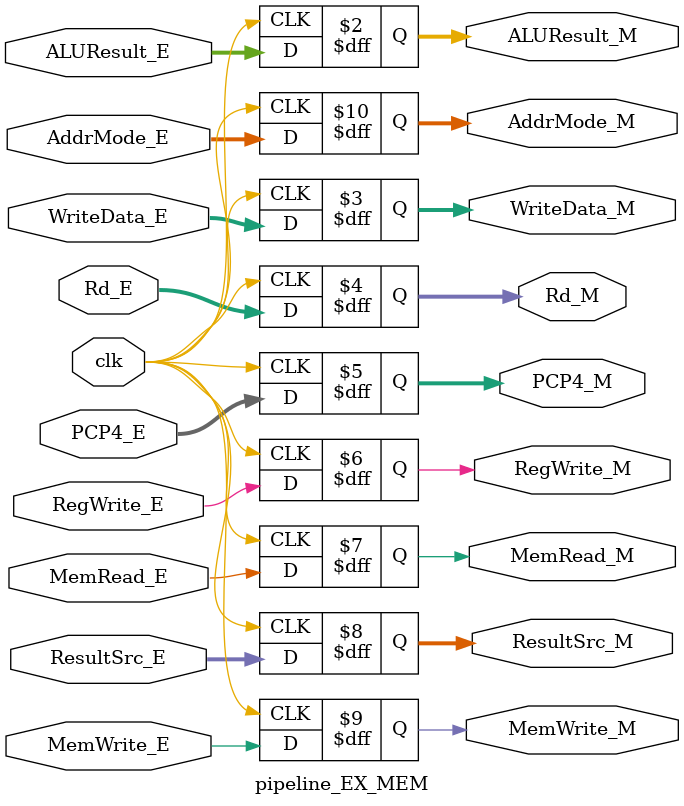
<source format=sv>
module pipeline_EX_MEM #(
    parameter WIDTH = 32
)(
    input logic clk,
    input logic [WIDTH - 1:0] ALUResult_E,
    input logic [WIDTH - 1:0] WriteData_E, // RD2_
    input logic [4:0] Rd_E,
    input logic [WIDTH - 1:0] PCP4_E,
    output logic [WIDTH - 1:0] ALUResult_M,
    output logic [WIDTH - 1:0] WriteData_M,
    output logic [4:0] Rd_M,
    output logic [WIDTH - 1:0] PCP4_M,

    // Control unit
    input logic RegWrite_E,
    input logic MemRead_E,
    input logic [1:0] ResultSrc_E,
    input logic MemWrite_E,
    input logic [2:0] AddrMode_E,
    output logic RegWrite_M,
    output logic MemRead_M,
    output logic [1:0] ResultSrc_M,
    output logic MemWrite_M,
    output logic [2:0] AddrMode_M
);

always_ff @(posedge clk) begin
    // Control unit
    RegWrite_M <= RegWrite_E;
    MemRead_M <= MemRead_E;
    ResultSrc_M <= ResultSrc_E;
    MemWrite_M <= MemWrite_E;
    AddrMode_M <= AddrMode_E;

    // Data path
    ALUResult_M <= ALUResult_E;
    WriteData_M <= WriteData_E;
    Rd_M <= Rd_E;
    PCP4_M <= PCP4_E;

end

endmodule

</source>
